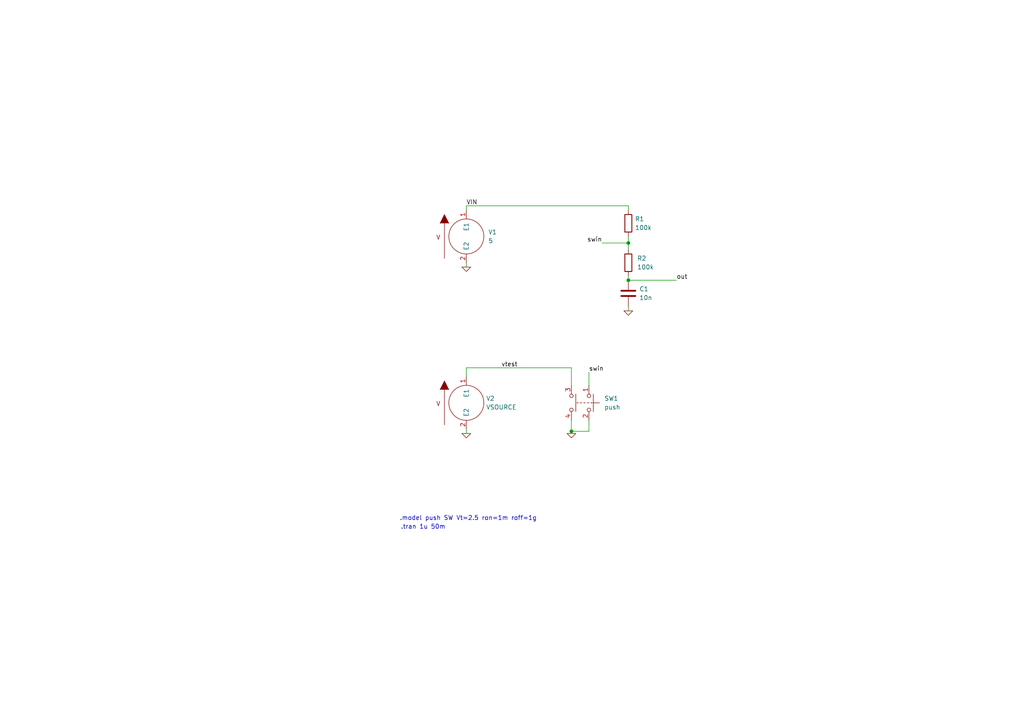
<source format=kicad_sch>
(kicad_sch (version 20211123) (generator eeschema)
  (paper "A4")
  (lib_symbols
    (symbol "Device:C" (pin_numbers hide) (pin_names (offset 0.254))
      (property "Reference" "C" (at 0.635 2.54 0))
      (property "Value" "C" (at 0.635 -2.54 0))
      (symbol "C_0_1"
        (polyline (pts (xy -2.032 -0.762) (xy 2.032 -0.762)) (stroke (width 0.508)))
        (polyline (pts (xy -2.032 0.762) (xy 2.032 0.762)) (stroke (width 0.508)))
      )
      (symbol "C_1_1"
        (pin passive line (at 0 3.81 270) (length 2.794) (name "~") (number "1"))
        (pin passive line (at 0 -3.81 90) (length 2.794) (name "~") (number "2"))
      )
    )
    (symbol "Device:R" (pin_numbers hide) (pin_names (offset 0))
      (property "Reference" "R" (at 2.032 0 90))
      (property "Value" "R" (at 0 0 90))
      (symbol "R_0_1"
        (rectangle (start -1.016 -2.54) (end 1.016 2.54) (stroke (width 0.254)))
      )
      (symbol "R_1_1"
        (pin passive line (at 0 3.81 270) (length 1.27) (name "~") (number "1"))
        (pin passive line (at 0 -3.81 90) (length 1.27) (name "~") (number "2"))
      )
    )
    (symbol "Switch:SW_Push_Dual" (pin_names (offset 1.016) hide)
      (property "Reference" "SW" (at 1.27 2.54 0))
      (property "Value" "SW_Push_Dual" (at 0 -6.858 0))
      (symbol "SW_Push_Dual_0_1"
        (circle (center -2.032 -5.08) (radius 0.508))
        (circle (center -2.032 0) (radius 0.508))
        (polyline (pts (xy 0 -3.048) (xy 0 -3.556)))
        (polyline (pts (xy 0 -2.032) (xy 0 -2.54)))
        (polyline (pts (xy 0 -1.524) (xy 0 -1.016)))
        (polyline (pts (xy 0 -0.508) (xy 0 0)))
        (polyline (pts (xy 0 0.508) (xy 0 1.016)))
        (polyline (pts (xy 0 1.27) (xy 0 3.048)))
        (polyline (pts (xy 2.54 -3.81) (xy -2.54 -3.81)))
        (polyline (pts (xy 2.54 1.27) (xy -2.54 1.27)))
        (circle (center 2.032 -5.08) (radius 0.508))
        (circle (center 2.032 0) (radius 0.508))
        (pin passive line (at -5.08 0 0) (length 2.54) (name "1") (number "1"))
        (pin passive line (at 5.08 0 180) (length 2.54) (name "2") (number "2"))
        (pin passive line (at -5.08 -5.08 0) (length 2.54) (name "3") (number "3"))
        (pin passive line (at 5.08 -5.08 180) (length 2.54) (name "4") (number "4"))
      )
    )
    (symbol "pspice:0" (power) (pin_names (offset 0))
      (property "Value" "0" (at 0 -1.778 0))
      (symbol "0_0_1"
        (polyline (pts (xy -1.27 0) (xy 0 -1.27) (xy 1.27 0) (xy -1.27 0)))
      )
      (symbol "0_1_1"
        (pin power_in line (at 0 0 0) (length 0) hide (name "0") (number "1"))
      )
    )
    (symbol "pspice:VSOURCE" (pin_names (offset 1.016))
      (property "Reference" "V" (at -6.35 7.62 0))
      (property "Value" "VSOURCE" (at 0 0 0))
      (symbol "VSOURCE_0_1"
        (polyline (pts (xy -6.35 -6.35) (xy -6.35 3.81)) (fill (type outline)))
        (polyline (pts (xy -7.62 3.81) (xy -6.35 6.35) (xy -5.08 3.81)) (fill (type outline)))
        (circle (center 0 0) (radius 5.08))
        (text "V" (at -8.128 -0.254 0) (effects (font (size 1.27 1.27))))
      )
      (symbol "VSOURCE_1_1"
        (pin input line (at 0 7.62 270) (length 2.54) (name "E1") (number "1"))
        (pin input line (at 0 -7.62 90) (length 2.54) (name "E2") (number "2"))
      )
    )
  )
  (junction (at 165.735 125.095))
  (junction (at 182.245 81.28))
  (junction (at 182.245 70.485))
  (wire (pts (xy 170.815 107.95) (xy 170.815 111.76)))
  (wire (pts (xy 165.735 125.095) (xy 170.815 125.095)))
  (wire (pts (xy 135.255 59.69) (xy 182.245 59.69)))
  (wire (pts (xy 135.255 106.68) (xy 165.735 106.68)))
  (wire (pts (xy 170.815 121.92) (xy 170.815 125.095)))
  (wire (pts (xy 135.255 59.69) (xy 135.255 60.96)))
  (wire (pts (xy 182.245 88.9) (xy 182.245 90.17)))
  (wire (pts (xy 135.255 106.68) (xy 135.255 109.22)))
  (wire (pts (xy 182.245 59.69) (xy 182.245 60.96)))
  (wire (pts (xy 165.735 125.095) (xy 165.735 125.73)))
  (wire (pts (xy 182.245 68.58) (xy 182.245 70.485)))
  (wire (pts (xy 182.245 81.28) (xy 196.215 81.28)))
  (wire (pts (xy 165.735 106.68) (xy 165.735 111.76)))
  (wire (pts (xy 182.245 70.485) (xy 182.245 72.39)))
  (wire (pts (xy 174.625 70.485) (xy 182.245 70.485)))
  (wire (pts (xy 135.255 124.46) (xy 135.255 125.73)))
  (wire (pts (xy 182.245 80.01) (xy 182.245 81.28)))
  (wire (pts (xy 135.255 76.2) (xy 135.255 77.47)))
  (wire (pts (xy 165.735 121.92) (xy 165.735 125.095)))
  (text " .model push SW Vt=2.5 ron=1m roff=1g" (at 114.935 151.13 0) (effects (font (size 1.27 1.27)) (justify left bottom)))
  (text ".tran 1u 50m" (at 116.205 153.67 0) (effects (font (size 1.27 1.27)) (justify left bottom)))
  (label "swin" (at 170.815 107.95 0))
  (label "out" (at 196.215 81.28 0))
  (label "VIN" (at 135.255 59.69 0))
  (label "swin" (at 174.625 70.485 180))
  (label "vtest" (at 145.415 106.68 0))
  (symbol (lib_id "pspice:VSOURCE") (at 135.255 116.84 0) (unit 1)
    (property "Reference" "V2" (at 140.97 115.5699 0) (effects (justify left)))
    (property "Value" "VSOURCE" (at 140.97 118.1099 0) (effects (justify left)))
    (property "Spice_Primitive" "V" (effects hide))
    (property "Spice_Model" "PWL(0 0 5m 0 5.1m 5 15m 5 15.1m 0 30m 0 30.1m 5 30.2m 0 30.3m 5 30.4m 0 30.5m 5 40m 5 40.1m 0 40.2m 5 40.3m 0 40.4m 5 40.5m 0)" (at 146.05 130.175 0))
    (property "Spice_Netlist_Enabled" "Y" (effects hide))
  )
  (symbol (lib_id "Device:R") (at 182.245 64.77 0) (unit 1)
    (property "Reference" "R1" (at 184.15 63.4999 0) (effects (justify left)))
    (property "Value" "100k" (at 184.15 66.0399 0) (effects (justify left)))
  )
  (symbol (lib_id "pspice:VSOURCE") (at 135.255 68.58 0) (unit 1)
    (property "Reference" "V1" (at 141.605 67.3099 0) (effects (justify left)))
    (property "Value" "5" (at 141.605 69.8499 0) (effects (justify left)))
  )
  (symbol (lib_id "Device:R") (at 182.245 76.2 0) (unit 1)
    (property "Reference" "R2" (at 184.785 74.9299 0) (effects (justify left)))
    (property "Value" "100k" (at 184.785 77.4699 0) (effects (justify left)))
  )
  (symbol (lib_id "pspice:0") (at 182.245 90.17 0) (unit 1)
    (property "Reference" "#GND05" (effects hide))
    (property "Value" "0" (effects hide))
  )
  (symbol (lib_id "pspice:0") (at 135.255 125.73 0) (unit 1)
    (property "Reference" "#GND02" (effects hide))
    (property "Value" "0" (effects hide))
  )
  (symbol (lib_id "pspice:0") (at 135.255 77.47 0) (unit 1)
    (property "Reference" "#GND01" (effects hide))
    (property "Value" "0" (effects hide))
  )
  (symbol (lib_id "Switch:SW_Push_Dual") (at 170.815 116.84 270) (unit 1)
    (property "Reference" "SW1" (at 175.26 115.5699 90) (effects (justify left)))
    (property "Value" "push" (at 175.26 118.1099 90) (effects (justify left)))
    (property "Spice_Model" "s1 /swin 0 /vtest 0 push ON" (effects hide))
    (property "Spice_Netlist_Enabled" "Y" (effects hide))
  )
  (symbol (lib_id "pspice:0") (at 165.735 125.73 0) (unit 1)
    (property "Reference" "#GND03" (effects hide))
    (property "Value" "0" (effects hide))
  )
  (symbol (lib_id "Device:C") (at 182.245 85.09 0) (unit 1)
    (property "Reference" "C1" (at 185.42 83.8199 0) (effects (justify left)))
    (property "Value" "10n" (at 185.42 86.3599 0) (effects (justify left)))
  )
)
</source>
